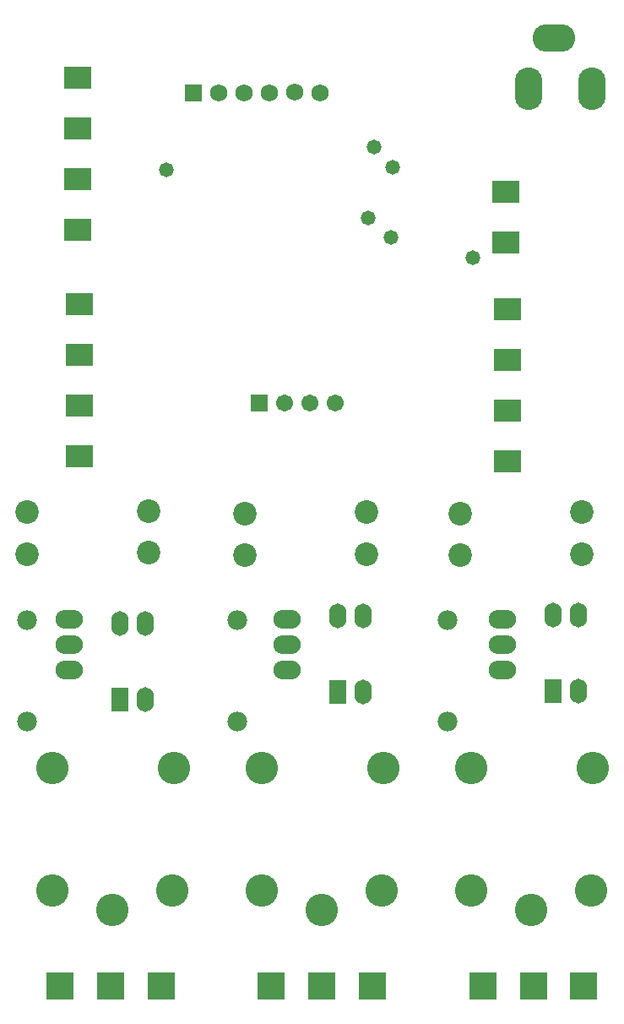
<source format=gbs>
G04*
G04 #@! TF.GenerationSoftware,Altium Limited,Altium Designer,24.3.1 (35)*
G04*
G04 Layer_Color=16711935*
%FSAX25Y25*%
%MOIN*%
G70*
G04*
G04 #@! TF.SameCoordinates,734BC349-05AC-4729-8693-C9A60C11ED16*
G04*
G04*
G04 #@! TF.FilePolarity,Negative*
G04*
G01*
G75*
%ADD46C,0.06706*%
%ADD47R,0.06706X0.06706*%
%ADD48C,0.12800*%
%ADD49O,0.10800X0.07400*%
%ADD50R,0.10642X0.08674*%
%ADD51C,0.06800*%
%ADD52R,0.06800X0.06800*%
%ADD53C,0.07800*%
%ADD54C,0.09300*%
%ADD55R,0.06800X0.09800*%
%ADD56O,0.06800X0.09800*%
%ADD57R,0.10642X0.10642*%
%ADD58O,0.16800X0.10800*%
%ADD59O,0.10800X0.16800*%
%ADD60C,0.05800*%
D46*
X0150500Y0253000D02*
D03*
X0140500D02*
D03*
X0130500D02*
D03*
D47*
X0120500D02*
D03*
D48*
X0086122Y0060874D02*
D03*
X0038878D02*
D03*
X0086878Y0108905D02*
D03*
X0038878D02*
D03*
X0062500Y0053000D02*
D03*
X0251472Y0060874D02*
D03*
X0204228D02*
D03*
X0252228Y0108905D02*
D03*
X0204228D02*
D03*
X0227850Y0053000D02*
D03*
X0168797Y0060874D02*
D03*
X0121553D02*
D03*
X0169553Y0108905D02*
D03*
X0121553D02*
D03*
X0145175Y0053000D02*
D03*
D49*
X0216500Y0167650D02*
D03*
Y0157650D02*
D03*
Y0147650D02*
D03*
X0131500Y0167650D02*
D03*
Y0157650D02*
D03*
Y0147650D02*
D03*
X0045500Y0167650D02*
D03*
Y0157650D02*
D03*
Y0147650D02*
D03*
D50*
X0218500Y0230000D02*
D03*
Y0250000D02*
D03*
Y0290000D02*
D03*
Y0270000D02*
D03*
Y0249950D02*
D03*
Y0290000D02*
D03*
Y0270000D02*
D03*
X0049500Y0292000D02*
D03*
Y0272000D02*
D03*
Y0232000D02*
D03*
Y0252000D02*
D03*
Y0272050D02*
D03*
Y0232000D02*
D03*
Y0252000D02*
D03*
X0218000Y0336500D02*
D03*
Y0316500D02*
D03*
X0049000Y0381450D02*
D03*
Y0361450D02*
D03*
Y0321450D02*
D03*
Y0341450D02*
D03*
Y0361500D02*
D03*
Y0321450D02*
D03*
Y0341450D02*
D03*
D51*
X0144500Y0375500D02*
D03*
X0134500Y0375633D02*
D03*
X0124500Y0375500D02*
D03*
X0114421D02*
D03*
X0104500D02*
D03*
D52*
X0094500D02*
D03*
D53*
X0112000Y0127450D02*
D03*
Y0167450D02*
D03*
X0195000D02*
D03*
Y0127450D02*
D03*
X0029000Y0127500D02*
D03*
Y0167500D02*
D03*
D54*
X0162756Y0210000D02*
D03*
X0114755Y0209500D02*
D03*
X0162756Y0193500D02*
D03*
X0114755Y0193000D02*
D03*
X0247756Y0193500D02*
D03*
X0199756Y0193000D02*
D03*
X0247756Y0210000D02*
D03*
X0199756Y0209500D02*
D03*
X0076755Y0210500D02*
D03*
X0028756Y0210000D02*
D03*
X0076755Y0194000D02*
D03*
X0028756Y0193500D02*
D03*
D55*
X0151500Y0139000D02*
D03*
X0236500Y0139500D02*
D03*
X0065500Y0136000D02*
D03*
D56*
X0161500Y0139000D02*
D03*
Y0169000D02*
D03*
X0151500D02*
D03*
X0246500Y0139500D02*
D03*
Y0169500D02*
D03*
X0236500D02*
D03*
X0075500Y0136000D02*
D03*
Y0166000D02*
D03*
X0065500D02*
D03*
D57*
X0165330Y0023000D02*
D03*
X0125380D02*
D03*
X0145380D02*
D03*
X0248710D02*
D03*
X0208760D02*
D03*
X0228760D02*
D03*
X0081950D02*
D03*
X0042000D02*
D03*
X0062000D02*
D03*
D58*
X0237000Y0397000D02*
D03*
D59*
X0252000Y0377000D02*
D03*
X0227000D02*
D03*
D60*
X0166000Y0354000D02*
D03*
X0172500Y0318500D02*
D03*
X0163500Y0326000D02*
D03*
X0173099Y0346099D02*
D03*
X0083796Y0345000D02*
D03*
X0205000Y0310500D02*
D03*
M02*

</source>
